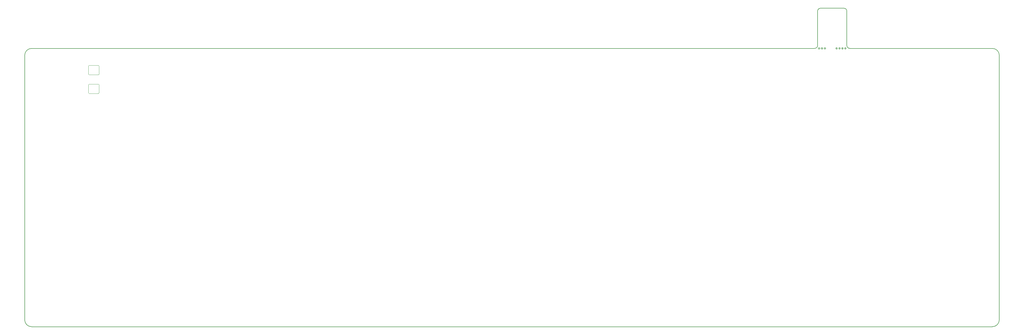
<source format=gbr>
%TF.GenerationSoftware,KiCad,Pcbnew,(5.99.0-12740-g895f4ca989)*%
%TF.CreationDate,2021-10-23T17:36:28+02:00*%
%TF.ProjectId,mamooth,6d616d6f-6f74-4682-9e6b-696361645f70,rev?*%
%TF.SameCoordinates,Original*%
%TF.FileFunction,Profile,NP*%
%FSLAX46Y46*%
G04 Gerber Fmt 4.6, Leading zero omitted, Abs format (unit mm)*
G04 Created by KiCad (PCBNEW (5.99.0-12740-g895f4ca989)) date 2021-10-23 17:36:28*
%MOMM*%
%LPD*%
G01*
G04 APERTURE LIST*
%TA.AperFunction,Profile*%
%ADD10C,0.200000*%
%TD*%
%TA.AperFunction,Profile*%
%ADD11C,0.050000*%
%TD*%
G04 APERTURE END LIST*
D10*
X277974920Y40D02*
G75*
G03*
X277974920Y40I-250000J0D01*
G01*
X330993750Y-95250000D02*
X2381250Y-95250000D01*
X271225000Y1000000D02*
X271225000Y12750000D01*
X273974920Y40D02*
G75*
G03*
X273974920Y40I-250000J0D01*
G01*
X333375000Y-2381250D02*
X333375000Y-92868750D01*
X278974920Y40D02*
G75*
G03*
X278974920Y40I-250000J0D01*
G01*
X281225000Y12750000D02*
X281225000Y1000000D01*
X280225000Y13750000D02*
G75*
G02*
X281225000Y12750000I0J-1000000D01*
G01*
X270225000Y0D02*
G75*
G03*
X271225000Y1000000I0J1000000D01*
G01*
X272974920Y40D02*
G75*
G03*
X272974920Y40I-250000J0D01*
G01*
X271225000Y12750000D02*
G75*
G02*
X272225000Y13750000I1000000J0D01*
G01*
X282225000Y0D02*
X330993750Y0D01*
X272225000Y13750000D02*
X280225000Y13750000D01*
X0Y-92868750D02*
G75*
G03*
X2381250Y-95250000I2381250J0D01*
G01*
X271974920Y40D02*
G75*
G03*
X271974920Y40I-250000J0D01*
G01*
X0Y-2381250D02*
G75*
G02*
X2381250Y0I2381250J0D01*
G01*
X0Y-92868750D02*
X0Y-2381250D01*
X333375000Y-2381250D02*
G75*
G03*
X330993750Y0I-2381250J0D01*
G01*
X279974920Y40D02*
G75*
G03*
X279974920Y40I-250000J0D01*
G01*
X330993750Y-95250000D02*
G75*
G03*
X333375000Y-92868750I0J2381250D01*
G01*
X2381250Y0D02*
X270225000Y0D01*
X280974920Y40D02*
G75*
G03*
X280974920Y40I-250000J0D01*
G01*
X282225000Y0D02*
G75*
G02*
X281225000Y1000000I0J1000000D01*
G01*
D11*
%TO.C,RGB2*%
X21825000Y-15225000D02*
X21825000Y-12425000D01*
X25425000Y-12425000D02*
X25425000Y-15225000D01*
X25225000Y-15425000D02*
X22025000Y-15425000D01*
X22025000Y-12225000D02*
X25225000Y-12225000D01*
X25225000Y-12225000D02*
G75*
G02*
X25425000Y-12425000I0J-200000D01*
G01*
X21825000Y-12425000D02*
G75*
G02*
X22025000Y-12225000I200000J0D01*
G01*
X22025000Y-15425000D02*
G75*
G02*
X21825000Y-15225000I0J200000D01*
G01*
X25425000Y-15225000D02*
G75*
G02*
X25225000Y-15425000I-200000J0D01*
G01*
%TO.C,RGB1*%
X21825000Y-8825000D02*
X21825000Y-6025000D01*
X25225000Y-9025000D02*
X22025000Y-9025000D01*
X25425000Y-6025000D02*
X25425000Y-8825000D01*
X22025000Y-5825000D02*
X25225000Y-5825000D01*
X25225000Y-5825000D02*
G75*
G02*
X25425000Y-6025000I0J-200000D01*
G01*
X25425000Y-8825000D02*
G75*
G02*
X25225000Y-9025000I-200000J0D01*
G01*
X21825000Y-6025000D02*
G75*
G02*
X22025000Y-5825000I200000J0D01*
G01*
X22025000Y-9025000D02*
G75*
G02*
X21825000Y-8825000I0J200000D01*
G01*
%TD*%
M02*

</source>
